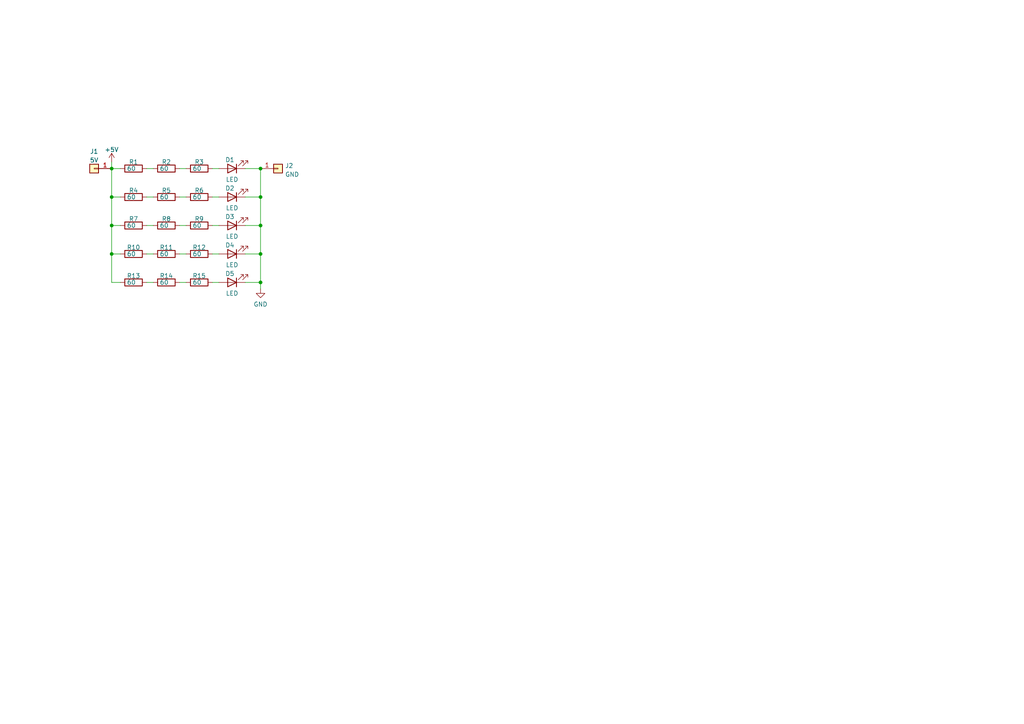
<source format=kicad_sch>
(kicad_sch (version 20211123) (generator eeschema)
  (paper "A4")
  (lib_symbols
    (symbol "Connector_Generic:Conn_01x01" (pin_names (offset 1.016) hide)
      (property "Reference" "J" (at 0 2.54 0))
      (property "Value" "Conn_01x01" (at 0 -2.54 0))
      (symbol "Conn_01x01_1_1"
        (rectangle (start -1.27 0.127) (end 0 -0.127) (stroke (width 0.1524)))
        (rectangle (start -1.27 1.27) (end 1.27 -1.27) (stroke (width 0.254)) (fill (type background)))
        (pin passive line (at -5.08 0 0) (length 3.81) (name "Pin_1") (number "1"))
      )
    )
    (symbol "Device:LED" (pin_numbers hide) (pin_names (offset 1.016) hide)
      (property "Reference" "D" (at 0 2.54 0))
      (property "Value" "LED" (at 0 -2.54 0))
      (symbol "LED_0_1"
        (polyline (pts (xy -1.27 -1.27) (xy -1.27 1.27)) (stroke (width 0.254)))
        (polyline (pts (xy -1.27 0) (xy 1.27 0)))
        (polyline (pts (xy 1.27 -1.27) (xy 1.27 1.27) (xy -1.27 0) (xy 1.27 -1.27)) (stroke (width 0.254)))
        (polyline (pts (xy -3.048 -0.762) (xy -4.572 -2.286) (xy -3.81 -2.286) (xy -4.572 -2.286) (xy -4.572 -1.524)))
        (polyline (pts (xy -1.778 -0.762) (xy -3.302 -2.286) (xy -2.54 -2.286) (xy -3.302 -2.286) (xy -3.302 -1.524)))
      )
      (symbol "LED_1_1"
        (pin passive line (at -3.81 0 0) (length 2.54) (name "K") (number "1"))
        (pin passive line (at 3.81 0 180) (length 2.54) (name "A") (number "2"))
      )
    )
    (symbol "Device:R" (pin_numbers hide) (pin_names (offset 0))
      (property "Reference" "R" (at 2.032 0 90))
      (property "Value" "R" (at 0 0 90))
      (symbol "R_0_1"
        (rectangle (start -1.016 -2.54) (end 1.016 2.54) (stroke (width 0.254)))
      )
      (symbol "R_1_1"
        (pin passive line (at 0 3.81 270) (length 1.27) (name "~") (number "1"))
        (pin passive line (at 0 -3.81 90) (length 1.27) (name "~") (number "2"))
      )
    )
    (symbol "power:+5V" (power) (pin_names (offset 0))
      (property "Value" "+5V" (at 0 3.556 0))
      (symbol "+5V_0_1"
        (polyline (pts (xy -0.762 1.27) (xy 0 2.54)))
        (polyline (pts (xy 0 0) (xy 0 2.54)))
        (polyline (pts (xy 0 2.54) (xy 0.762 1.27)))
      )
      (symbol "+5V_1_1"
        (pin power_in line (at 0 0 90) (length 0) hide (name "+5V") (number "1"))
      )
    )
    (symbol "power:GND" (power) (pin_names (offset 0))
      (property "Value" "GND" (at 0 -3.81 0))
      (symbol "GND_0_1"
        (polyline (pts (xy 0 0) (xy 0 -1.27) (xy 1.27 -1.27) (xy 0 -2.54) (xy -1.27 -1.27) (xy 0 -1.27)))
      )
      (symbol "GND_1_1"
        (pin power_in line (at 0 0 270) (length 0) hide (name "GND") (number "1"))
      )
    )
  )
  (junction (at 75.565 65.405))
  (junction (at 75.565 73.66))
  (junction (at 32.385 57.15))
  (junction (at 75.565 81.915))
  (junction (at 32.385 73.66))
  (junction (at 32.385 48.895))
  (junction (at 75.565 57.15))
  (junction (at 75.565 48.895))
  (junction (at 32.385 65.405))
  (wire (pts (xy 75.565 81.915) (xy 75.565 83.82)))
  (wire (pts (xy 32.385 57.15) (xy 34.925 57.15)))
  (wire (pts (xy 61.595 73.66) (xy 63.5 73.66)))
  (wire (pts (xy 52.07 57.15) (xy 53.975 57.15)))
  (wire (pts (xy 52.07 65.405) (xy 53.975 65.405)))
  (wire (pts (xy 75.565 65.405) (xy 75.565 73.66)))
  (wire (pts (xy 32.385 48.895) (xy 32.385 57.15)))
  (wire (pts (xy 32.385 48.895) (xy 34.925 48.895)))
  (wire (pts (xy 61.595 65.405) (xy 63.5 65.405)))
  (wire (pts (xy 61.595 48.895) (xy 63.5 48.895)))
  (wire (pts (xy 32.385 73.66) (xy 32.385 81.915)))
  (wire (pts (xy 61.595 81.915) (xy 63.5 81.915)))
  (wire (pts (xy 71.12 48.895) (xy 75.565 48.895)))
  (wire (pts (xy 71.12 73.66) (xy 75.565 73.66)))
  (wire (pts (xy 61.595 57.15) (xy 63.5 57.15)))
  (wire (pts (xy 34.925 81.915) (xy 32.385 81.915)))
  (wire (pts (xy 42.545 81.915) (xy 44.45 81.915)))
  (wire (pts (xy 75.565 48.895) (xy 75.565 57.15)))
  (wire (pts (xy 75.565 73.66) (xy 75.565 81.915)))
  (wire (pts (xy 32.385 65.405) (xy 34.925 65.405)))
  (wire (pts (xy 32.385 57.15) (xy 32.385 65.405)))
  (wire (pts (xy 32.385 73.66) (xy 34.925 73.66)))
  (wire (pts (xy 32.385 65.405) (xy 32.385 73.66)))
  (wire (pts (xy 32.385 46.99) (xy 32.385 48.895)))
  (wire (pts (xy 42.545 65.405) (xy 44.45 65.405)))
  (wire (pts (xy 52.07 48.895) (xy 53.975 48.895)))
  (wire (pts (xy 52.07 81.915) (xy 53.975 81.915)))
  (wire (pts (xy 42.545 57.15) (xy 44.45 57.15)))
  (wire (pts (xy 42.545 73.66) (xy 44.45 73.66)))
  (wire (pts (xy 71.12 81.915) (xy 75.565 81.915)))
  (wire (pts (xy 42.545 48.895) (xy 44.45 48.895)))
  (wire (pts (xy 75.565 57.15) (xy 75.565 65.405)))
  (wire (pts (xy 71.12 65.405) (xy 75.565 65.405)))
  (wire (pts (xy 52.07 73.66) (xy 53.975 73.66)))
  (wire (pts (xy 71.12 57.15) (xy 75.565 57.15)))
  (symbol (lib_id "Connector_Generic:Conn_01x01") (at 80.645 48.895 0) (unit 1)
    (property "Reference" "J2" (at 82.677 48.0603 0) (effects (justify left)))
    (property "Value" "GND" (at 82.677 50.5972 0) (effects (justify left)))
    (property "Footprint" "practice_PCB:PinSocket_1x01_P2.54mm_Vertical" (effects hide))
  )
  (symbol (lib_id "Device:R") (at 57.785 57.15 90) (unit 1)
    (property "Reference" "R6" (at 57.785 55.245 90))
    (property "Value" "60" (at 57.15 57.15 90))
    (property "Footprint" "Resistor_SMD:R_0805_2012Metric_Pad1.20x1.40mm_HandSolder" (effects hide))
  )
  (symbol (lib_id "Device:LED") (at 67.31 73.66 180) (unit 1)
    (property "Reference" "D4" (at 66.675 71.12 0))
    (property "Value" "LED" (at 67.31 76.835 0))
    (property "Footprint" "LED_SMD:LED_0805_2012Metric_Pad1.15x1.40mm_HandSolder" (effects hide))
  )
  (symbol (lib_id "Device:LED") (at 67.31 57.15 180) (unit 1)
    (property "Reference" "D2" (at 66.675 54.61 0))
    (property "Value" "LED" (at 67.31 60.325 0))
    (property "Footprint" "LED_SMD:LED_0805_2012Metric_Pad1.15x1.40mm_HandSolder" (effects hide))
  )
  (symbol (lib_id "Device:R") (at 48.26 81.915 90) (unit 1)
    (property "Reference" "R14" (at 48.26 80.01 90))
    (property "Value" "60" (at 47.625 81.915 90))
    (property "Footprint" "Resistor_SMD:R_0805_2012Metric_Pad1.20x1.40mm_HandSolder" (effects hide))
  )
  (symbol (lib_id "Device:R") (at 48.26 57.15 90) (unit 1)
    (property "Reference" "R5" (at 48.26 55.245 90))
    (property "Value" "60" (at 47.625 57.15 90))
    (property "Footprint" "Resistor_SMD:R_0805_2012Metric_Pad1.20x1.40mm_HandSolder" (effects hide))
  )
  (symbol (lib_id "Device:R") (at 57.785 65.405 90) (unit 1)
    (property "Reference" "R9" (at 57.785 63.5 90))
    (property "Value" "60" (at 57.15 65.405 90))
    (property "Footprint" "Resistor_SMD:R_0805_2012Metric_Pad1.20x1.40mm_HandSolder" (effects hide))
  )
  (symbol (lib_id "Device:R") (at 38.735 48.895 90) (unit 1)
    (property "Reference" "R1" (at 38.735 46.99 90))
    (property "Value" "60" (at 38.1 48.895 90))
    (property "Footprint" "Resistor_SMD:R_0805_2012Metric_Pad1.20x1.40mm_HandSolder" (effects hide))
  )
  (symbol (lib_id "Device:R") (at 48.26 65.405 90) (unit 1)
    (property "Reference" "R8" (at 48.26 63.5 90))
    (property "Value" "60" (at 47.625 65.405 90))
    (property "Footprint" "Resistor_SMD:R_0805_2012Metric_Pad1.20x1.40mm_HandSolder" (effects hide))
  )
  (symbol (lib_id "Device:R") (at 38.735 57.15 90) (unit 1)
    (property "Reference" "R4" (at 38.735 55.245 90))
    (property "Value" "60" (at 38.1 57.15 90))
    (property "Footprint" "Resistor_SMD:R_0805_2012Metric_Pad1.20x1.40mm_HandSolder" (effects hide))
  )
  (symbol (lib_id "Device:R") (at 57.785 81.915 90) (unit 1)
    (property "Reference" "R15" (at 57.785 80.01 90))
    (property "Value" "60" (at 57.15 81.915 90))
    (property "Footprint" "Resistor_SMD:R_0805_2012Metric_Pad1.20x1.40mm_HandSolder" (effects hide))
  )
  (symbol (lib_id "Device:R") (at 57.785 73.66 90) (unit 1)
    (property "Reference" "R12" (at 57.785 71.755 90))
    (property "Value" "60" (at 57.15 73.66 90))
    (property "Footprint" "Resistor_SMD:R_0805_2012Metric_Pad1.20x1.40mm_HandSolder" (effects hide))
  )
  (symbol (lib_id "Device:R") (at 38.735 65.405 90) (unit 1)
    (property "Reference" "R7" (at 38.735 63.5 90))
    (property "Value" "60" (at 38.1 65.405 90))
    (property "Footprint" "Resistor_SMD:R_0805_2012Metric_Pad1.20x1.40mm_HandSolder" (effects hide))
  )
  (symbol (lib_id "Device:R") (at 48.26 73.66 90) (unit 1)
    (property "Reference" "R11" (at 48.26 71.755 90))
    (property "Value" "60" (at 47.625 73.66 90))
    (property "Footprint" "Resistor_SMD:R_0805_2012Metric_Pad1.20x1.40mm_HandSolder" (effects hide))
  )
  (symbol (lib_id "power:+5V") (at 32.385 46.99 0) (unit 1)
    (property "Reference" "#PWR01" (effects hide))
    (property "Value" "+5V" (at 32.385 43.4142 0))
  )
  (symbol (lib_id "Device:R") (at 38.735 73.66 90) (unit 1)
    (property "Reference" "R10" (at 38.735 71.755 90))
    (property "Value" "60" (at 38.1 73.66 90))
    (property "Footprint" "Resistor_SMD:R_0805_2012Metric_Pad1.20x1.40mm_HandSolder" (effects hide))
  )
  (symbol (lib_id "Device:LED") (at 67.31 48.895 180) (unit 1)
    (property "Reference" "D1" (at 66.675 46.355 0))
    (property "Value" "LED" (at 67.31 52.07 0))
    (property "Footprint" "LED_SMD:LED_0805_2012Metric_Pad1.15x1.40mm_HandSolder" (effects hide))
  )
  (symbol (lib_id "Device:LED") (at 67.31 81.915 180) (unit 1)
    (property "Reference" "D5" (at 66.675 79.375 0))
    (property "Value" "LED" (at 67.31 85.09 0))
    (property "Footprint" "LED_SMD:LED_0805_2012Metric_Pad1.15x1.40mm_HandSolder" (effects hide))
  )
  (symbol (lib_id "Device:R") (at 38.735 81.915 90) (unit 1)
    (property "Reference" "R13" (at 38.735 80.01 90))
    (property "Value" "60" (at 38.1 81.915 90))
    (property "Footprint" "Resistor_SMD:R_0805_2012Metric_Pad1.20x1.40mm_HandSolder" (effects hide))
  )
  (symbol (lib_id "Device:R") (at 57.785 48.895 90) (unit 1)
    (property "Reference" "R3" (at 57.785 46.99 90))
    (property "Value" "60" (at 57.15 48.895 90))
    (property "Footprint" "Resistor_SMD:R_0805_2012Metric_Pad1.20x1.40mm_HandSolder" (effects hide))
  )
  (symbol (lib_id "Device:LED") (at 67.31 65.405 180) (unit 1)
    (property "Reference" "D3" (at 66.675 62.865 0))
    (property "Value" "LED" (at 67.31 68.58 0))
    (property "Footprint" "LED_SMD:LED_0805_2012Metric_Pad1.15x1.40mm_HandSolder" (effects hide))
  )
  (symbol (lib_id "power:GND") (at 75.565 83.82 0) (unit 1)
    (property "Reference" "#PWR02" (effects hide))
    (property "Value" "GND" (at 75.565 88.2634 0))
  )
  (symbol (lib_id "Connector_Generic:Conn_01x01") (at 27.305 48.895 180) (unit 1)
    (property "Reference" "J1" (at 27.305 43.9252 0))
    (property "Value" "5V" (at 27.305 46.4621 0))
    (property "Footprint" "practice_PCB:PinSocket_1x01_P2.54mm_Vertical" (effects hide))
  )
  (symbol (lib_id "Device:R") (at 48.26 48.895 90) (unit 1)
    (property "Reference" "R2" (at 48.26 46.99 90))
    (property "Value" "60" (at 47.625 48.895 90))
    (property "Footprint" "Resistor_SMD:R_0805_2012Metric_Pad1.20x1.40mm_HandSolder" (effects hide))
  )
)
</source>
